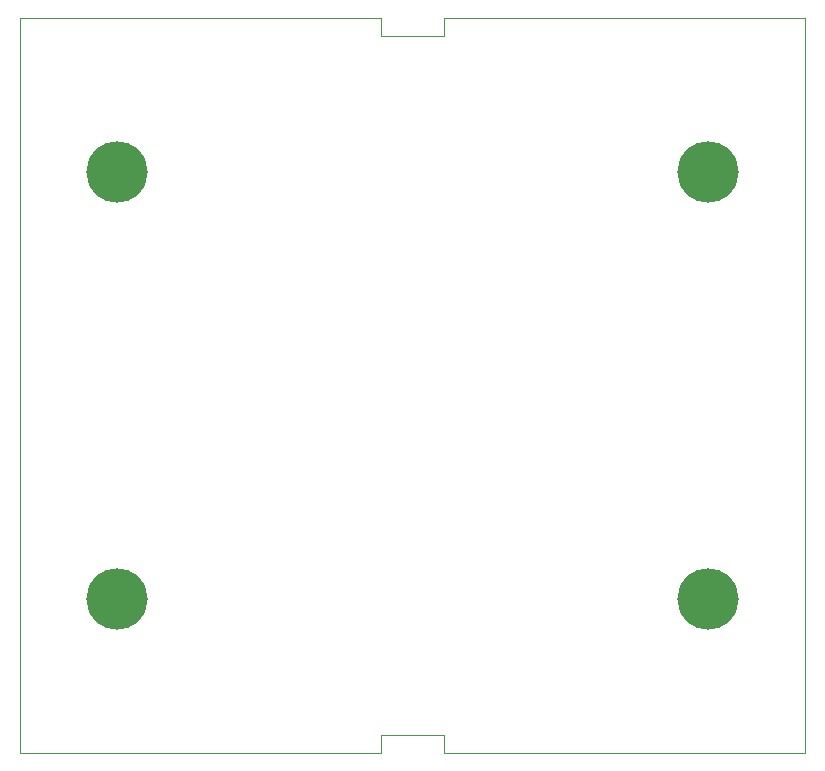
<source format=gts>
G04 This is an RS-274x file exported by *
G04 gerbv version 2.9.0~963319 *
G04 More information is available about gerbv at *
G04 https://gerbv.github.io/ *
G04 --End of header info--*
%MOIN*%
%FSLAX36Y36*%
%IPPOS*%
%INStop Mask top*%
G04 --Define apertures--*
%ADD10C,0.0000*%
%ADD11C,0.0866*%
%ADD12C,0.2047*%
%ADD13C,0.1000*%
%ADD14C,0.0480*%
%ADD15C,0.0525*%
%ADD16C,0.0531*%
%ADD17C,0.0768*%
G04 --Start main section--*
G54D10*
G01X0000000Y0000000D02*
G01X1204724Y0000000D01*
G01X1204724Y0000000D02*
G01X1204724Y0059055D01*
G01X1204724Y0059055D02*
G01X1413386Y0059055D01*
G01X1413386Y0059055D02*
G01X1413386Y0000000D01*
G01X1413386Y0000000D02*
G01X2618110Y0000000D01*
G01X2618110Y0000000D02*
G01X2618110Y2448819D01*
G01X2618110Y2448819D02*
G01X1413386Y2448819D01*
G01X1413386Y2448819D02*
G01X1413386Y2389764D01*
G01X1413386Y2389764D02*
G01X1204724Y2389764D01*
G01X1204724Y2389764D02*
G01X1204724Y2448819D01*
G01X1204724Y2448819D02*
G01X0000000Y2448819D01*
G01X0000000Y2448819D02*
G01X0000000Y0000000D01*
G01X0281496Y1937008D02*
G01X0281508Y1938071D01*
G01X0281508Y1938071D02*
G01X0281547Y1939134D01*
G01X0281547Y1939134D02*
G01X0281614Y1940193D01*
G01X0281614Y1940193D02*
G01X0281705Y1941252D01*
G01X0281705Y1941252D02*
G01X0281823Y1942311D01*
G01X0281823Y1942311D02*
G01X0281965Y1943362D01*
G01X0281965Y1943362D02*
G01X0282134Y1944413D01*
G01X0282134Y1944413D02*
G01X0282327Y1945457D01*
G01X0282327Y1945457D02*
G01X0282547Y1946496D01*
G01X0282547Y1946496D02*
G01X0282795Y1947531D01*
G01X0282795Y1947531D02*
G01X0283063Y1948559D01*
G01X0283063Y1948559D02*
G01X0283362Y1949579D01*
G01X0283362Y1949579D02*
G01X0283681Y1950591D01*
G01X0283681Y1950591D02*
G01X0284028Y1951598D01*
G01X0284028Y1951598D02*
G01X0284398Y1952594D01*
G01X0284398Y1952594D02*
G01X0284791Y1953583D01*
G01X0284791Y1953583D02*
G01X0285213Y1954559D01*
G01X0285213Y1954559D02*
G01X0285654Y1955524D01*
G01X0285654Y1955524D02*
G01X0286122Y1956480D01*
G01X0286122Y1956480D02*
G01X0286610Y1957421D01*
G01X0286610Y1957421D02*
G01X0287122Y1958354D01*
G01X0287122Y1958354D02*
G01X0287657Y1959272D01*
G01X0287657Y1959272D02*
G01X0288217Y1960177D01*
G01X0288217Y1960177D02*
G01X0288795Y1961067D01*
G01X0288795Y1961067D02*
G01X0289398Y1961945D01*
G01X0289398Y1961945D02*
G01X0290020Y1962807D01*
G01X0290020Y1962807D02*
G01X0290661Y1963654D01*
G01X0290661Y1963654D02*
G01X0291327Y1964480D01*
G01X0291327Y1964480D02*
G01X0292012Y1965295D01*
G01X0292012Y1965295D02*
G01X0292717Y1966091D01*
G01X0292717Y1966091D02*
G01X0293437Y1966870D01*
G01X0293437Y1966870D02*
G01X0294181Y1967630D01*
G01X0294181Y1967630D02*
G01X0294941Y1968374D01*
G01X0294941Y1968374D02*
G01X0295720Y1969094D01*
G01X0295720Y1969094D02*
G01X0296516Y1969799D01*
G01X0296516Y1969799D02*
G01X0297331Y1970484D01*
G01X0297331Y1970484D02*
G01X0298157Y1971150D01*
G01X0298157Y1971150D02*
G01X0299004Y1971791D01*
G01X0299004Y1971791D02*
G01X0299866Y1972413D01*
G01X0299866Y1972413D02*
G01X0300744Y1973016D01*
G01X0300744Y1973016D02*
G01X0301634Y1973594D01*
G01X0301634Y1973594D02*
G01X0302539Y1974154D01*
G01X0302539Y1974154D02*
G01X0303457Y1974689D01*
G01X0303457Y1974689D02*
G01X0304390Y1975201D01*
G01X0304390Y1975201D02*
G01X0305331Y1975689D01*
G01X0305331Y1975689D02*
G01X0306287Y1976157D01*
G01X0306287Y1976157D02*
G01X0307252Y1976598D01*
G01X0307252Y1976598D02*
G01X0308228Y1977020D01*
G01X0308228Y1977020D02*
G01X0309217Y1977413D01*
G01X0309217Y1977413D02*
G01X0310213Y1977783D01*
G01X0310213Y1977783D02*
G01X0311220Y1978130D01*
G01X0311220Y1978130D02*
G01X0312232Y1978449D01*
G01X0312232Y1978449D02*
G01X0313252Y1978748D01*
G01X0313252Y1978748D02*
G01X0314280Y1979016D01*
G01X0314280Y1979016D02*
G01X0315315Y1979264D01*
G01X0315315Y1979264D02*
G01X0316354Y1979484D01*
G01X0316354Y1979484D02*
G01X0317398Y1979677D01*
G01X0317398Y1979677D02*
G01X0318449Y1979846D01*
G01X0318449Y1979846D02*
G01X0319500Y1979988D01*
G01X0319500Y1979988D02*
G01X0320559Y1980106D01*
G01X0320559Y1980106D02*
G01X0321618Y1980197D01*
G01X0321618Y1980197D02*
G01X0322677Y1980264D01*
G01X0322677Y1980264D02*
G01X0323740Y1980303D01*
G01X0323740Y1980303D02*
G01X0324803Y1980315D01*
G01X0324803Y1980315D02*
G01X0325866Y1980303D01*
G01X0325866Y1980303D02*
G01X0326929Y1980264D01*
G01X0326929Y1980264D02*
G01X0327988Y1980197D01*
G01X0327988Y1980197D02*
G01X0329047Y1980106D01*
G01X0329047Y1980106D02*
G01X0330106Y1979988D01*
G01X0330106Y1979988D02*
G01X0331157Y1979846D01*
G01X0331157Y1979846D02*
G01X0332209Y1979677D01*
G01X0332209Y1979677D02*
G01X0333252Y1979484D01*
G01X0333252Y1979484D02*
G01X0334291Y1979264D01*
G01X0334291Y1979264D02*
G01X0335327Y1979016D01*
G01X0335327Y1979016D02*
G01X0336354Y1978748D01*
G01X0336354Y1978748D02*
G01X0337374Y1978449D01*
G01X0337374Y1978449D02*
G01X0338386Y1978130D01*
G01X0338386Y1978130D02*
G01X0339394Y1977783D01*
G01X0339394Y1977783D02*
G01X0340390Y1977413D01*
G01X0340390Y1977413D02*
G01X0341378Y1977020D01*
G01X0341378Y1977020D02*
G01X0342354Y1976598D01*
G01X0342354Y1976598D02*
G01X0343319Y1976157D01*
G01X0343319Y1976157D02*
G01X0344276Y1975689D01*
G01X0344276Y1975689D02*
G01X0345217Y1975201D01*
G01X0345217Y1975201D02*
G01X0346150Y1974689D01*
G01X0346150Y1974689D02*
G01X0347067Y1974154D01*
G01X0347067Y1974154D02*
G01X0347972Y1973594D01*
G01X0347972Y1973594D02*
G01X0348862Y1973016D01*
G01X0348862Y1973016D02*
G01X0349740Y1972413D01*
G01X0349740Y1972413D02*
G01X0350602Y1971791D01*
G01X0350602Y1971791D02*
G01X0351449Y1971150D01*
G01X0351449Y1971150D02*
G01X0352276Y1970484D01*
G01X0352276Y1970484D02*
G01X0353091Y1969799D01*
G01X0353091Y1969799D02*
G01X0353886Y1969094D01*
G01X0353886Y1969094D02*
G01X0354665Y1968374D01*
G01X0354665Y1968374D02*
G01X0355425Y1967630D01*
G01X0355425Y1967630D02*
G01X0356169Y1966870D01*
G01X0356169Y1966870D02*
G01X0356890Y1966091D01*
G01X0356890Y1966091D02*
G01X0357594Y1965295D01*
G01X0357594Y1965295D02*
G01X0358280Y1964480D01*
G01X0358280Y1964480D02*
G01X0358945Y1963654D01*
G01X0358945Y1963654D02*
G01X0359587Y1962807D01*
G01X0359587Y1962807D02*
G01X0360209Y1961945D01*
G01X0360209Y1961945D02*
G01X0360811Y1961067D01*
G01X0360811Y1961067D02*
G01X0361390Y1960177D01*
G01X0361390Y1960177D02*
G01X0361949Y1959272D01*
G01X0361949Y1959272D02*
G01X0362484Y1958354D01*
G01X0362484Y1958354D02*
G01X0362996Y1957421D01*
G01X0362996Y1957421D02*
G01X0363484Y1956480D01*
G01X0363484Y1956480D02*
G01X0363953Y1955524D01*
G01X0363953Y1955524D02*
G01X0364394Y1954559D01*
G01X0364394Y1954559D02*
G01X0364815Y1953583D01*
G01X0364815Y1953583D02*
G01X0365209Y1952594D01*
G01X0365209Y1952594D02*
G01X0365579Y1951598D01*
G01X0365579Y1951598D02*
G01X0365925Y1950591D01*
G01X0365925Y1950591D02*
G01X0366244Y1949579D01*
G01X0366244Y1949579D02*
G01X0366543Y1948559D01*
G01X0366543Y1948559D02*
G01X0366811Y1947531D01*
G01X0366811Y1947531D02*
G01X0367059Y1946496D01*
G01X0367059Y1946496D02*
G01X0367280Y1945457D01*
G01X0367280Y1945457D02*
G01X0367472Y1944413D01*
G01X0367472Y1944413D02*
G01X0367642Y1943362D01*
G01X0367642Y1943362D02*
G01X0367783Y1942311D01*
G01X0367783Y1942311D02*
G01X0367902Y1941252D01*
G01X0367902Y1941252D02*
G01X0367992Y1940193D01*
G01X0367992Y1940193D02*
G01X0368059Y1939134D01*
G01X0368059Y1939134D02*
G01X0368098Y1938071D01*
G01X0368098Y1938071D02*
G01X0368110Y1937008D01*
G01X0368110Y1937008D02*
G01X0368098Y1935945D01*
G01X0368098Y1935945D02*
G01X0368059Y1934882D01*
G01X0368059Y1934882D02*
G01X0367992Y1933823D01*
G01X0367992Y1933823D02*
G01X0367902Y1932764D01*
G01X0367902Y1932764D02*
G01X0367783Y1931705D01*
G01X0367783Y1931705D02*
G01X0367642Y1930654D01*
G01X0367642Y1930654D02*
G01X0367472Y1929602D01*
G01X0367472Y1929602D02*
G01X0367280Y1928559D01*
G01X0367280Y1928559D02*
G01X0367059Y1927520D01*
G01X0367059Y1927520D02*
G01X0366811Y1926484D01*
G01X0366811Y1926484D02*
G01X0366543Y1925457D01*
G01X0366543Y1925457D02*
G01X0366244Y1924437D01*
G01X0366244Y1924437D02*
G01X0365925Y1923425D01*
G01X0365925Y1923425D02*
G01X0365579Y1922417D01*
G01X0365579Y1922417D02*
G01X0365209Y1921421D01*
G01X0365209Y1921421D02*
G01X0364815Y1920433D01*
G01X0364815Y1920433D02*
G01X0364394Y1919457D01*
G01X0364394Y1919457D02*
G01X0363953Y1918492D01*
G01X0363953Y1918492D02*
G01X0363484Y1917535D01*
G01X0363484Y1917535D02*
G01X0362996Y1916594D01*
G01X0362996Y1916594D02*
G01X0362484Y1915661D01*
G01X0362484Y1915661D02*
G01X0361949Y1914744D01*
G01X0361949Y1914744D02*
G01X0361390Y1913839D01*
G01X0361390Y1913839D02*
G01X0360811Y1912949D01*
G01X0360811Y1912949D02*
G01X0360209Y1912071D01*
G01X0360209Y1912071D02*
G01X0359587Y1911209D01*
G01X0359587Y1911209D02*
G01X0358945Y1910362D01*
G01X0358945Y1910362D02*
G01X0358280Y1909535D01*
G01X0358280Y1909535D02*
G01X0357594Y1908720D01*
G01X0357594Y1908720D02*
G01X0356890Y1907925D01*
G01X0356890Y1907925D02*
G01X0356169Y1907146D01*
G01X0356169Y1907146D02*
G01X0355425Y1906386D01*
G01X0355425Y1906386D02*
G01X0354665Y1905642D01*
G01X0354665Y1905642D02*
G01X0353886Y1904921D01*
G01X0353886Y1904921D02*
G01X0353091Y1904217D01*
G01X0353091Y1904217D02*
G01X0352276Y1903531D01*
G01X0352276Y1903531D02*
G01X0351449Y1902866D01*
G01X0351449Y1902866D02*
G01X0350602Y1902224D01*
G01X0350602Y1902224D02*
G01X0349740Y1901602D01*
G01X0349740Y1901602D02*
G01X0348862Y1901000D01*
G01X0348862Y1901000D02*
G01X0347972Y1900421D01*
G01X0347972Y1900421D02*
G01X0347067Y1899862D01*
G01X0347067Y1899862D02*
G01X0346150Y1899327D01*
G01X0346150Y1899327D02*
G01X0345217Y1898815D01*
G01X0345217Y1898815D02*
G01X0344276Y1898327D01*
G01X0344276Y1898327D02*
G01X0343319Y1897858D01*
G01X0343319Y1897858D02*
G01X0342354Y1897417D01*
G01X0342354Y1897417D02*
G01X0341378Y1896996D01*
G01X0341378Y1896996D02*
G01X0340390Y1896602D01*
G01X0340390Y1896602D02*
G01X0339394Y1896232D01*
G01X0339394Y1896232D02*
G01X0338386Y1895886D01*
G01X0338386Y1895886D02*
G01X0337374Y1895567D01*
G01X0337374Y1895567D02*
G01X0336354Y1895268D01*
G01X0336354Y1895268D02*
G01X0335327Y1895000D01*
G01X0335327Y1895000D02*
G01X0334291Y1894752D01*
G01X0334291Y1894752D02*
G01X0333252Y1894531D01*
G01X0333252Y1894531D02*
G01X0332209Y1894339D01*
G01X0332209Y1894339D02*
G01X0331157Y1894169D01*
G01X0331157Y1894169D02*
G01X0330106Y1894028D01*
G01X0330106Y1894028D02*
G01X0329047Y1893909D01*
G01X0329047Y1893909D02*
G01X0327988Y1893819D01*
G01X0327988Y1893819D02*
G01X0326929Y1893752D01*
G01X0326929Y1893752D02*
G01X0325866Y1893713D01*
G01X0325866Y1893713D02*
G01X0324803Y1893701D01*
G01X0324803Y1893701D02*
G01X0323740Y1893713D01*
G01X0323740Y1893713D02*
G01X0322677Y1893752D01*
G01X0322677Y1893752D02*
G01X0321618Y1893819D01*
G01X0321618Y1893819D02*
G01X0320559Y1893909D01*
G01X0320559Y1893909D02*
G01X0319500Y1894028D01*
G01X0319500Y1894028D02*
G01X0318449Y1894169D01*
G01X0318449Y1894169D02*
G01X0317398Y1894339D01*
G01X0317398Y1894339D02*
G01X0316354Y1894531D01*
G01X0316354Y1894531D02*
G01X0315315Y1894752D01*
G01X0315315Y1894752D02*
G01X0314280Y1895000D01*
G01X0314280Y1895000D02*
G01X0313252Y1895268D01*
G01X0313252Y1895268D02*
G01X0312232Y1895567D01*
G01X0312232Y1895567D02*
G01X0311220Y1895886D01*
G01X0311220Y1895886D02*
G01X0310213Y1896232D01*
G01X0310213Y1896232D02*
G01X0309217Y1896602D01*
G01X0309217Y1896602D02*
G01X0308228Y1896996D01*
G01X0308228Y1896996D02*
G01X0307252Y1897417D01*
G01X0307252Y1897417D02*
G01X0306287Y1897858D01*
G01X0306287Y1897858D02*
G01X0305331Y1898327D01*
G01X0305331Y1898327D02*
G01X0304390Y1898815D01*
G01X0304390Y1898815D02*
G01X0303457Y1899327D01*
G01X0303457Y1899327D02*
G01X0302539Y1899862D01*
G01X0302539Y1899862D02*
G01X0301634Y1900421D01*
G01X0301634Y1900421D02*
G01X0300744Y1901000D01*
G01X0300744Y1901000D02*
G01X0299866Y1901602D01*
G01X0299866Y1901602D02*
G01X0299004Y1902224D01*
G01X0299004Y1902224D02*
G01X0298157Y1902866D01*
G01X0298157Y1902866D02*
G01X0297331Y1903531D01*
G01X0297331Y1903531D02*
G01X0296516Y1904217D01*
G01X0296516Y1904217D02*
G01X0295720Y1904921D01*
G01X0295720Y1904921D02*
G01X0294941Y1905642D01*
G01X0294941Y1905642D02*
G01X0294181Y1906386D01*
G01X0294181Y1906386D02*
G01X0293437Y1907146D01*
G01X0293437Y1907146D02*
G01X0292717Y1907925D01*
G01X0292717Y1907925D02*
G01X0292012Y1908720D01*
G01X0292012Y1908720D02*
G01X0291327Y1909535D01*
G01X0291327Y1909535D02*
G01X0290661Y1910362D01*
G01X0290661Y1910362D02*
G01X0290020Y1911209D01*
G01X0290020Y1911209D02*
G01X0289398Y1912071D01*
G01X0289398Y1912071D02*
G01X0288795Y1912949D01*
G01X0288795Y1912949D02*
G01X0288217Y1913839D01*
G01X0288217Y1913839D02*
G01X0287657Y1914744D01*
G01X0287657Y1914744D02*
G01X0287122Y1915661D01*
G01X0287122Y1915661D02*
G01X0286610Y1916594D01*
G01X0286610Y1916594D02*
G01X0286122Y1917535D01*
G01X0286122Y1917535D02*
G01X0285654Y1918492D01*
G01X0285654Y1918492D02*
G01X0285213Y1919457D01*
G01X0285213Y1919457D02*
G01X0284791Y1920433D01*
G01X0284791Y1920433D02*
G01X0284398Y1921421D01*
G01X0284398Y1921421D02*
G01X0284028Y1922417D01*
G01X0284028Y1922417D02*
G01X0283681Y1923425D01*
G01X0283681Y1923425D02*
G01X0283362Y1924437D01*
G01X0283362Y1924437D02*
G01X0283063Y1925457D01*
G01X0283063Y1925457D02*
G01X0282795Y1926484D01*
G01X0282795Y1926484D02*
G01X0282547Y1927520D01*
G01X0282547Y1927520D02*
G01X0282327Y1928559D01*
G01X0282327Y1928559D02*
G01X0282134Y1929602D01*
G01X0282134Y1929602D02*
G01X0281965Y1930654D01*
G01X0281965Y1930654D02*
G01X0281823Y1931705D01*
G01X0281823Y1931705D02*
G01X0281705Y1932764D01*
G01X0281705Y1932764D02*
G01X0281614Y1933823D01*
G01X0281614Y1933823D02*
G01X0281547Y1934882D01*
G01X0281547Y1934882D02*
G01X0281508Y1935945D01*
G01X0281508Y1935945D02*
G01X0281496Y1937008D01*
G54D11*
G01X0324803Y1937008D03*
G54D10*
G01X2250000Y0511811D02*
G01X2250012Y0512874D01*
G01X2250012Y0512874D02*
G01X2250051Y0513937D01*
G01X2250051Y0513937D02*
G01X2250118Y0514996D01*
G01X2250118Y0514996D02*
G01X2250209Y0516055D01*
G01X2250209Y0516055D02*
G01X2250327Y0517114D01*
G01X2250327Y0517114D02*
G01X2250469Y0518165D01*
G01X2250469Y0518165D02*
G01X2250638Y0519217D01*
G01X2250638Y0519217D02*
G01X2250831Y0520260D01*
G01X2250831Y0520260D02*
G01X2251051Y0521299D01*
G01X2251051Y0521299D02*
G01X2251299Y0522335D01*
G01X2251299Y0522335D02*
G01X2251567Y0523362D01*
G01X2251567Y0523362D02*
G01X2251866Y0524382D01*
G01X2251866Y0524382D02*
G01X2252185Y0525394D01*
G01X2252185Y0525394D02*
G01X2252531Y0526402D01*
G01X2252531Y0526402D02*
G01X2252902Y0527398D01*
G01X2252902Y0527398D02*
G01X2253295Y0528386D01*
G01X2253295Y0528386D02*
G01X2253717Y0529362D01*
G01X2253717Y0529362D02*
G01X2254157Y0530327D01*
G01X2254157Y0530327D02*
G01X2254626Y0531283D01*
G01X2254626Y0531283D02*
G01X2255114Y0532224D01*
G01X2255114Y0532224D02*
G01X2255626Y0533157D01*
G01X2255626Y0533157D02*
G01X2256161Y0534075D01*
G01X2256161Y0534075D02*
G01X2256720Y0534980D01*
G01X2256720Y0534980D02*
G01X2257299Y0535870D01*
G01X2257299Y0535870D02*
G01X2257902Y0536748D01*
G01X2257902Y0536748D02*
G01X2258524Y0537610D01*
G01X2258524Y0537610D02*
G01X2259165Y0538457D01*
G01X2259165Y0538457D02*
G01X2259831Y0539283D01*
G01X2259831Y0539283D02*
G01X2260516Y0540098D01*
G01X2260516Y0540098D02*
G01X2261220Y0540894D01*
G01X2261220Y0540894D02*
G01X2261941Y0541673D01*
G01X2261941Y0541673D02*
G01X2262685Y0542433D01*
G01X2262685Y0542433D02*
G01X2263445Y0543177D01*
G01X2263445Y0543177D02*
G01X2264224Y0543898D01*
G01X2264224Y0543898D02*
G01X2265020Y0544602D01*
G01X2265020Y0544602D02*
G01X2265835Y0545287D01*
G01X2265835Y0545287D02*
G01X2266661Y0545953D01*
G01X2266661Y0545953D02*
G01X2267508Y0546594D01*
G01X2267508Y0546594D02*
G01X2268370Y0547217D01*
G01X2268370Y0547217D02*
G01X2269248Y0547819D01*
G01X2269248Y0547819D02*
G01X2270138Y0548398D01*
G01X2270138Y0548398D02*
G01X2271043Y0548957D01*
G01X2271043Y0548957D02*
G01X2271961Y0549492D01*
G01X2271961Y0549492D02*
G01X2272894Y0550004D01*
G01X2272894Y0550004D02*
G01X2273835Y0550492D01*
G01X2273835Y0550492D02*
G01X2274791Y0550961D01*
G01X2274791Y0550961D02*
G01X2275756Y0551402D01*
G01X2275756Y0551402D02*
G01X2276732Y0551823D01*
G01X2276732Y0551823D02*
G01X2277720Y0552217D01*
G01X2277720Y0552217D02*
G01X2278717Y0552587D01*
G01X2278717Y0552587D02*
G01X2279724Y0552933D01*
G01X2279724Y0552933D02*
G01X2280736Y0553252D01*
G01X2280736Y0553252D02*
G01X2281756Y0553551D01*
G01X2281756Y0553551D02*
G01X2282783Y0553819D01*
G01X2282783Y0553819D02*
G01X2283819Y0554067D01*
G01X2283819Y0554067D02*
G01X2284858Y0554287D01*
G01X2284858Y0554287D02*
G01X2285902Y0554480D01*
G01X2285902Y0554480D02*
G01X2286953Y0554650D01*
G01X2286953Y0554650D02*
G01X2288004Y0554791D01*
G01X2288004Y0554791D02*
G01X2289063Y0554909D01*
G01X2289063Y0554909D02*
G01X2290122Y0555000D01*
G01X2290122Y0555000D02*
G01X2291181Y0555067D01*
G01X2291181Y0555067D02*
G01X2292244Y0555106D01*
G01X2292244Y0555106D02*
G01X2293307Y0555118D01*
G01X2293307Y0555118D02*
G01X2294370Y0555106D01*
G01X2294370Y0555106D02*
G01X2295433Y0555067D01*
G01X2295433Y0555067D02*
G01X2296492Y0555000D01*
G01X2296492Y0555000D02*
G01X2297551Y0554909D01*
G01X2297551Y0554909D02*
G01X2298610Y0554791D01*
G01X2298610Y0554791D02*
G01X2299661Y0554650D01*
G01X2299661Y0554650D02*
G01X2300713Y0554480D01*
G01X2300713Y0554480D02*
G01X2301756Y0554287D01*
G01X2301756Y0554287D02*
G01X2302795Y0554067D01*
G01X2302795Y0554067D02*
G01X2303831Y0553819D01*
G01X2303831Y0553819D02*
G01X2304858Y0553551D01*
G01X2304858Y0553551D02*
G01X2305878Y0553252D01*
G01X2305878Y0553252D02*
G01X2306890Y0552933D01*
G01X2306890Y0552933D02*
G01X2307898Y0552587D01*
G01X2307898Y0552587D02*
G01X2308894Y0552217D01*
G01X2308894Y0552217D02*
G01X2309882Y0551823D01*
G01X2309882Y0551823D02*
G01X2310858Y0551402D01*
G01X2310858Y0551402D02*
G01X2311823Y0550961D01*
G01X2311823Y0550961D02*
G01X2312780Y0550492D01*
G01X2312780Y0550492D02*
G01X2313720Y0550004D01*
G01X2313720Y0550004D02*
G01X2314654Y0549492D01*
G01X2314654Y0549492D02*
G01X2315571Y0548957D01*
G01X2315571Y0548957D02*
G01X2316476Y0548398D01*
G01X2316476Y0548398D02*
G01X2317366Y0547819D01*
G01X2317366Y0547819D02*
G01X2318244Y0547217D01*
G01X2318244Y0547217D02*
G01X2319106Y0546594D01*
G01X2319106Y0546594D02*
G01X2319953Y0545953D01*
G01X2319953Y0545953D02*
G01X2320780Y0545287D01*
G01X2320780Y0545287D02*
G01X2321594Y0544602D01*
G01X2321594Y0544602D02*
G01X2322390Y0543898D01*
G01X2322390Y0543898D02*
G01X2323169Y0543177D01*
G01X2323169Y0543177D02*
G01X2323929Y0542433D01*
G01X2323929Y0542433D02*
G01X2324673Y0541673D01*
G01X2324673Y0541673D02*
G01X2325394Y0540894D01*
G01X2325394Y0540894D02*
G01X2326098Y0540098D01*
G01X2326098Y0540098D02*
G01X2326783Y0539283D01*
G01X2326783Y0539283D02*
G01X2327449Y0538457D01*
G01X2327449Y0538457D02*
G01X2328091Y0537610D01*
G01X2328091Y0537610D02*
G01X2328713Y0536748D01*
G01X2328713Y0536748D02*
G01X2329315Y0535870D01*
G01X2329315Y0535870D02*
G01X2329894Y0534980D01*
G01X2329894Y0534980D02*
G01X2330453Y0534075D01*
G01X2330453Y0534075D02*
G01X2330988Y0533157D01*
G01X2330988Y0533157D02*
G01X2331500Y0532224D01*
G01X2331500Y0532224D02*
G01X2331988Y0531283D01*
G01X2331988Y0531283D02*
G01X2332457Y0530327D01*
G01X2332457Y0530327D02*
G01X2332898Y0529362D01*
G01X2332898Y0529362D02*
G01X2333319Y0528386D01*
G01X2333319Y0528386D02*
G01X2333713Y0527398D01*
G01X2333713Y0527398D02*
G01X2334083Y0526402D01*
G01X2334083Y0526402D02*
G01X2334429Y0525394D01*
G01X2334429Y0525394D02*
G01X2334748Y0524382D01*
G01X2334748Y0524382D02*
G01X2335047Y0523362D01*
G01X2335047Y0523362D02*
G01X2335315Y0522335D01*
G01X2335315Y0522335D02*
G01X2335563Y0521299D01*
G01X2335563Y0521299D02*
G01X2335783Y0520260D01*
G01X2335783Y0520260D02*
G01X2335976Y0519217D01*
G01X2335976Y0519217D02*
G01X2336146Y0518165D01*
G01X2336146Y0518165D02*
G01X2336287Y0517114D01*
G01X2336287Y0517114D02*
G01X2336406Y0516055D01*
G01X2336406Y0516055D02*
G01X2336496Y0514996D01*
G01X2336496Y0514996D02*
G01X2336563Y0513937D01*
G01X2336563Y0513937D02*
G01X2336602Y0512874D01*
G01X2336602Y0512874D02*
G01X2336614Y0511811D01*
G01X2336614Y0511811D02*
G01X2336602Y0510748D01*
G01X2336602Y0510748D02*
G01X2336563Y0509685D01*
G01X2336563Y0509685D02*
G01X2336496Y0508626D01*
G01X2336496Y0508626D02*
G01X2336406Y0507567D01*
G01X2336406Y0507567D02*
G01X2336287Y0506508D01*
G01X2336287Y0506508D02*
G01X2336146Y0505457D01*
G01X2336146Y0505457D02*
G01X2335976Y0504406D01*
G01X2335976Y0504406D02*
G01X2335783Y0503362D01*
G01X2335783Y0503362D02*
G01X2335563Y0502323D01*
G01X2335563Y0502323D02*
G01X2335315Y0501287D01*
G01X2335315Y0501287D02*
G01X2335047Y0500260D01*
G01X2335047Y0500260D02*
G01X2334748Y0499240D01*
G01X2334748Y0499240D02*
G01X2334429Y0498228D01*
G01X2334429Y0498228D02*
G01X2334083Y0497220D01*
G01X2334083Y0497220D02*
G01X2333713Y0496224D01*
G01X2333713Y0496224D02*
G01X2333319Y0495236D01*
G01X2333319Y0495236D02*
G01X2332898Y0494260D01*
G01X2332898Y0494260D02*
G01X2332457Y0493295D01*
G01X2332457Y0493295D02*
G01X2331988Y0492339D01*
G01X2331988Y0492339D02*
G01X2331500Y0491398D01*
G01X2331500Y0491398D02*
G01X2330988Y0490465D01*
G01X2330988Y0490465D02*
G01X2330453Y0489547D01*
G01X2330453Y0489547D02*
G01X2329894Y0488642D01*
G01X2329894Y0488642D02*
G01X2329315Y0487752D01*
G01X2329315Y0487752D02*
G01X2328713Y0486874D01*
G01X2328713Y0486874D02*
G01X2328091Y0486012D01*
G01X2328091Y0486012D02*
G01X2327449Y0485165D01*
G01X2327449Y0485165D02*
G01X2326783Y0484339D01*
G01X2326783Y0484339D02*
G01X2326098Y0483524D01*
G01X2326098Y0483524D02*
G01X2325394Y0482728D01*
G01X2325394Y0482728D02*
G01X2324673Y0481949D01*
G01X2324673Y0481949D02*
G01X2323929Y0481189D01*
G01X2323929Y0481189D02*
G01X2323169Y0480445D01*
G01X2323169Y0480445D02*
G01X2322390Y0479724D01*
G01X2322390Y0479724D02*
G01X2321594Y0479020D01*
G01X2321594Y0479020D02*
G01X2320780Y0478335D01*
G01X2320780Y0478335D02*
G01X2319953Y0477669D01*
G01X2319953Y0477669D02*
G01X2319106Y0477028D01*
G01X2319106Y0477028D02*
G01X2318244Y0476406D01*
G01X2318244Y0476406D02*
G01X2317366Y0475803D01*
G01X2317366Y0475803D02*
G01X2316476Y0475224D01*
G01X2316476Y0475224D02*
G01X2315571Y0474665D01*
G01X2315571Y0474665D02*
G01X2314654Y0474130D01*
G01X2314654Y0474130D02*
G01X2313720Y0473618D01*
G01X2313720Y0473618D02*
G01X2312780Y0473130D01*
G01X2312780Y0473130D02*
G01X2311823Y0472661D01*
G01X2311823Y0472661D02*
G01X2310858Y0472220D01*
G01X2310858Y0472220D02*
G01X2309882Y0471799D01*
G01X2309882Y0471799D02*
G01X2308894Y0471406D01*
G01X2308894Y0471406D02*
G01X2307898Y0471035D01*
G01X2307898Y0471035D02*
G01X2306890Y0470689D01*
G01X2306890Y0470689D02*
G01X2305878Y0470370D01*
G01X2305878Y0470370D02*
G01X2304858Y0470071D01*
G01X2304858Y0470071D02*
G01X2303831Y0469803D01*
G01X2303831Y0469803D02*
G01X2302795Y0469555D01*
G01X2302795Y0469555D02*
G01X2301756Y0469335D01*
G01X2301756Y0469335D02*
G01X2300713Y0469142D01*
G01X2300713Y0469142D02*
G01X2299661Y0468972D01*
G01X2299661Y0468972D02*
G01X2298610Y0468831D01*
G01X2298610Y0468831D02*
G01X2297551Y0468713D01*
G01X2297551Y0468713D02*
G01X2296492Y0468622D01*
G01X2296492Y0468622D02*
G01X2295433Y0468555D01*
G01X2295433Y0468555D02*
G01X2294370Y0468516D01*
G01X2294370Y0468516D02*
G01X2293307Y0468504D01*
G01X2293307Y0468504D02*
G01X2292244Y0468516D01*
G01X2292244Y0468516D02*
G01X2291181Y0468555D01*
G01X2291181Y0468555D02*
G01X2290122Y0468622D01*
G01X2290122Y0468622D02*
G01X2289063Y0468713D01*
G01X2289063Y0468713D02*
G01X2288004Y0468831D01*
G01X2288004Y0468831D02*
G01X2286953Y0468972D01*
G01X2286953Y0468972D02*
G01X2285902Y0469142D01*
G01X2285902Y0469142D02*
G01X2284858Y0469335D01*
G01X2284858Y0469335D02*
G01X2283819Y0469555D01*
G01X2283819Y0469555D02*
G01X2282783Y0469803D01*
G01X2282783Y0469803D02*
G01X2281756Y0470071D01*
G01X2281756Y0470071D02*
G01X2280736Y0470370D01*
G01X2280736Y0470370D02*
G01X2279724Y0470689D01*
G01X2279724Y0470689D02*
G01X2278717Y0471035D01*
G01X2278717Y0471035D02*
G01X2277720Y0471406D01*
G01X2277720Y0471406D02*
G01X2276732Y0471799D01*
G01X2276732Y0471799D02*
G01X2275756Y0472220D01*
G01X2275756Y0472220D02*
G01X2274791Y0472661D01*
G01X2274791Y0472661D02*
G01X2273835Y0473130D01*
G01X2273835Y0473130D02*
G01X2272894Y0473618D01*
G01X2272894Y0473618D02*
G01X2271961Y0474130D01*
G01X2271961Y0474130D02*
G01X2271043Y0474665D01*
G01X2271043Y0474665D02*
G01X2270138Y0475224D01*
G01X2270138Y0475224D02*
G01X2269248Y0475803D01*
G01X2269248Y0475803D02*
G01X2268370Y0476406D01*
G01X2268370Y0476406D02*
G01X2267508Y0477028D01*
G01X2267508Y0477028D02*
G01X2266661Y0477669D01*
G01X2266661Y0477669D02*
G01X2265835Y0478335D01*
G01X2265835Y0478335D02*
G01X2265020Y0479020D01*
G01X2265020Y0479020D02*
G01X2264224Y0479724D01*
G01X2264224Y0479724D02*
G01X2263445Y0480445D01*
G01X2263445Y0480445D02*
G01X2262685Y0481189D01*
G01X2262685Y0481189D02*
G01X2261941Y0481949D01*
G01X2261941Y0481949D02*
G01X2261220Y0482728D01*
G01X2261220Y0482728D02*
G01X2260516Y0483524D01*
G01X2260516Y0483524D02*
G01X2259831Y0484339D01*
G01X2259831Y0484339D02*
G01X2259165Y0485165D01*
G01X2259165Y0485165D02*
G01X2258524Y0486012D01*
G01X2258524Y0486012D02*
G01X2257902Y0486874D01*
G01X2257902Y0486874D02*
G01X2257299Y0487752D01*
G01X2257299Y0487752D02*
G01X2256720Y0488642D01*
G01X2256720Y0488642D02*
G01X2256161Y0489547D01*
G01X2256161Y0489547D02*
G01X2255626Y0490465D01*
G01X2255626Y0490465D02*
G01X2255114Y0491398D01*
G01X2255114Y0491398D02*
G01X2254626Y0492339D01*
G01X2254626Y0492339D02*
G01X2254157Y0493295D01*
G01X2254157Y0493295D02*
G01X2253717Y0494260D01*
G01X2253717Y0494260D02*
G01X2253295Y0495236D01*
G01X2253295Y0495236D02*
G01X2252902Y0496224D01*
G01X2252902Y0496224D02*
G01X2252531Y0497220D01*
G01X2252531Y0497220D02*
G01X2252185Y0498228D01*
G01X2252185Y0498228D02*
G01X2251866Y0499240D01*
G01X2251866Y0499240D02*
G01X2251567Y0500260D01*
G01X2251567Y0500260D02*
G01X2251299Y0501287D01*
G01X2251299Y0501287D02*
G01X2251051Y0502323D01*
G01X2251051Y0502323D02*
G01X2250831Y0503362D01*
G01X2250831Y0503362D02*
G01X2250638Y0504406D01*
G01X2250638Y0504406D02*
G01X2250469Y0505457D01*
G01X2250469Y0505457D02*
G01X2250327Y0506508D01*
G01X2250327Y0506508D02*
G01X2250209Y0507567D01*
G01X2250209Y0507567D02*
G01X2250118Y0508626D01*
G01X2250118Y0508626D02*
G01X2250051Y0509685D01*
G01X2250051Y0509685D02*
G01X2250012Y0510748D01*
G01X2250012Y0510748D02*
G01X2250000Y0511811D01*
G54D11*
G01X2293307Y0511811D03*
G54D10*
G01X0281496Y0511811D02*
G01X0281508Y0512874D01*
G01X0281508Y0512874D02*
G01X0281547Y0513937D01*
G01X0281547Y0513937D02*
G01X0281614Y0514996D01*
G01X0281614Y0514996D02*
G01X0281705Y0516055D01*
G01X0281705Y0516055D02*
G01X0281823Y0517114D01*
G01X0281823Y0517114D02*
G01X0281965Y0518165D01*
G01X0281965Y0518165D02*
G01X0282134Y0519217D01*
G01X0282134Y0519217D02*
G01X0282327Y0520260D01*
G01X0282327Y0520260D02*
G01X0282547Y0521299D01*
G01X0282547Y0521299D02*
G01X0282795Y0522335D01*
G01X0282795Y0522335D02*
G01X0283063Y0523362D01*
G01X0283063Y0523362D02*
G01X0283362Y0524382D01*
G01X0283362Y0524382D02*
G01X0283681Y0525394D01*
G01X0283681Y0525394D02*
G01X0284028Y0526402D01*
G01X0284028Y0526402D02*
G01X0284398Y0527398D01*
G01X0284398Y0527398D02*
G01X0284791Y0528386D01*
G01X0284791Y0528386D02*
G01X0285213Y0529362D01*
G01X0285213Y0529362D02*
G01X0285654Y0530327D01*
G01X0285654Y0530327D02*
G01X0286122Y0531283D01*
G01X0286122Y0531283D02*
G01X0286610Y0532224D01*
G01X0286610Y0532224D02*
G01X0287122Y0533157D01*
G01X0287122Y0533157D02*
G01X0287657Y0534075D01*
G01X0287657Y0534075D02*
G01X0288217Y0534980D01*
G01X0288217Y0534980D02*
G01X0288795Y0535870D01*
G01X0288795Y0535870D02*
G01X0289398Y0536748D01*
G01X0289398Y0536748D02*
G01X0290020Y0537610D01*
G01X0290020Y0537610D02*
G01X0290661Y0538457D01*
G01X0290661Y0538457D02*
G01X0291327Y0539283D01*
G01X0291327Y0539283D02*
G01X0292012Y0540098D01*
G01X0292012Y0540098D02*
G01X0292717Y0540894D01*
G01X0292717Y0540894D02*
G01X0293437Y0541673D01*
G01X0293437Y0541673D02*
G01X0294181Y0542433D01*
G01X0294181Y0542433D02*
G01X0294941Y0543177D01*
G01X0294941Y0543177D02*
G01X0295720Y0543898D01*
G01X0295720Y0543898D02*
G01X0296516Y0544602D01*
G01X0296516Y0544602D02*
G01X0297331Y0545287D01*
G01X0297331Y0545287D02*
G01X0298157Y0545953D01*
G01X0298157Y0545953D02*
G01X0299004Y0546594D01*
G01X0299004Y0546594D02*
G01X0299866Y0547217D01*
G01X0299866Y0547217D02*
G01X0300744Y0547819D01*
G01X0300744Y0547819D02*
G01X0301634Y0548398D01*
G01X0301634Y0548398D02*
G01X0302539Y0548957D01*
G01X0302539Y0548957D02*
G01X0303457Y0549492D01*
G01X0303457Y0549492D02*
G01X0304390Y0550004D01*
G01X0304390Y0550004D02*
G01X0305331Y0550492D01*
G01X0305331Y0550492D02*
G01X0306287Y0550961D01*
G01X0306287Y0550961D02*
G01X0307252Y0551402D01*
G01X0307252Y0551402D02*
G01X0308228Y0551823D01*
G01X0308228Y0551823D02*
G01X0309217Y0552217D01*
G01X0309217Y0552217D02*
G01X0310213Y0552587D01*
G01X0310213Y0552587D02*
G01X0311220Y0552933D01*
G01X0311220Y0552933D02*
G01X0312232Y0553252D01*
G01X0312232Y0553252D02*
G01X0313252Y0553551D01*
G01X0313252Y0553551D02*
G01X0314280Y0553819D01*
G01X0314280Y0553819D02*
G01X0315315Y0554067D01*
G01X0315315Y0554067D02*
G01X0316354Y0554287D01*
G01X0316354Y0554287D02*
G01X0317398Y0554480D01*
G01X0317398Y0554480D02*
G01X0318449Y0554650D01*
G01X0318449Y0554650D02*
G01X0319500Y0554791D01*
G01X0319500Y0554791D02*
G01X0320559Y0554909D01*
G01X0320559Y0554909D02*
G01X0321618Y0555000D01*
G01X0321618Y0555000D02*
G01X0322677Y0555067D01*
G01X0322677Y0555067D02*
G01X0323740Y0555106D01*
G01X0323740Y0555106D02*
G01X0324803Y0555118D01*
G01X0324803Y0555118D02*
G01X0325866Y0555106D01*
G01X0325866Y0555106D02*
G01X0326929Y0555067D01*
G01X0326929Y0555067D02*
G01X0327988Y0555000D01*
G01X0327988Y0555000D02*
G01X0329047Y0554909D01*
G01X0329047Y0554909D02*
G01X0330106Y0554791D01*
G01X0330106Y0554791D02*
G01X0331157Y0554650D01*
G01X0331157Y0554650D02*
G01X0332209Y0554480D01*
G01X0332209Y0554480D02*
G01X0333252Y0554287D01*
G01X0333252Y0554287D02*
G01X0334291Y0554067D01*
G01X0334291Y0554067D02*
G01X0335327Y0553819D01*
G01X0335327Y0553819D02*
G01X0336354Y0553551D01*
G01X0336354Y0553551D02*
G01X0337374Y0553252D01*
G01X0337374Y0553252D02*
G01X0338386Y0552933D01*
G01X0338386Y0552933D02*
G01X0339394Y0552587D01*
G01X0339394Y0552587D02*
G01X0340390Y0552217D01*
G01X0340390Y0552217D02*
G01X0341378Y0551823D01*
G01X0341378Y0551823D02*
G01X0342354Y0551402D01*
G01X0342354Y0551402D02*
G01X0343319Y0550961D01*
G01X0343319Y0550961D02*
G01X0344276Y0550492D01*
G01X0344276Y0550492D02*
G01X0345217Y0550004D01*
G01X0345217Y0550004D02*
G01X0346150Y0549492D01*
G01X0346150Y0549492D02*
G01X0347067Y0548957D01*
G01X0347067Y0548957D02*
G01X0347972Y0548398D01*
G01X0347972Y0548398D02*
G01X0348862Y0547819D01*
G01X0348862Y0547819D02*
G01X0349740Y0547217D01*
G01X0349740Y0547217D02*
G01X0350602Y0546594D01*
G01X0350602Y0546594D02*
G01X0351449Y0545953D01*
G01X0351449Y0545953D02*
G01X0352276Y0545287D01*
G01X0352276Y0545287D02*
G01X0353091Y0544602D01*
G01X0353091Y0544602D02*
G01X0353886Y0543898D01*
G01X0353886Y0543898D02*
G01X0354665Y0543177D01*
G01X0354665Y0543177D02*
G01X0355425Y0542433D01*
G01X0355425Y0542433D02*
G01X0356169Y0541673D01*
G01X0356169Y0541673D02*
G01X0356890Y0540894D01*
G01X0356890Y0540894D02*
G01X0357594Y0540098D01*
G01X0357594Y0540098D02*
G01X0358280Y0539283D01*
G01X0358280Y0539283D02*
G01X0358945Y0538457D01*
G01X0358945Y0538457D02*
G01X0359587Y0537610D01*
G01X0359587Y0537610D02*
G01X0360209Y0536748D01*
G01X0360209Y0536748D02*
G01X0360811Y0535870D01*
G01X0360811Y0535870D02*
G01X0361390Y0534980D01*
G01X0361390Y0534980D02*
G01X0361949Y0534075D01*
G01X0361949Y0534075D02*
G01X0362484Y0533157D01*
G01X0362484Y0533157D02*
G01X0362996Y0532224D01*
G01X0362996Y0532224D02*
G01X0363484Y0531283D01*
G01X0363484Y0531283D02*
G01X0363953Y0530327D01*
G01X0363953Y0530327D02*
G01X0364394Y0529362D01*
G01X0364394Y0529362D02*
G01X0364815Y0528386D01*
G01X0364815Y0528386D02*
G01X0365209Y0527398D01*
G01X0365209Y0527398D02*
G01X0365579Y0526402D01*
G01X0365579Y0526402D02*
G01X0365925Y0525394D01*
G01X0365925Y0525394D02*
G01X0366244Y0524382D01*
G01X0366244Y0524382D02*
G01X0366543Y0523362D01*
G01X0366543Y0523362D02*
G01X0366811Y0522335D01*
G01X0366811Y0522335D02*
G01X0367059Y0521299D01*
G01X0367059Y0521299D02*
G01X0367280Y0520260D01*
G01X0367280Y0520260D02*
G01X0367472Y0519217D01*
G01X0367472Y0519217D02*
G01X0367642Y0518165D01*
G01X0367642Y0518165D02*
G01X0367783Y0517114D01*
G01X0367783Y0517114D02*
G01X0367902Y0516055D01*
G01X0367902Y0516055D02*
G01X0367992Y0514996D01*
G01X0367992Y0514996D02*
G01X0368059Y0513937D01*
G01X0368059Y0513937D02*
G01X0368098Y0512874D01*
G01X0368098Y0512874D02*
G01X0368110Y0511811D01*
G01X0368110Y0511811D02*
G01X0368098Y0510748D01*
G01X0368098Y0510748D02*
G01X0368059Y0509685D01*
G01X0368059Y0509685D02*
G01X0367992Y0508626D01*
G01X0367992Y0508626D02*
G01X0367902Y0507567D01*
G01X0367902Y0507567D02*
G01X0367783Y0506508D01*
G01X0367783Y0506508D02*
G01X0367642Y0505457D01*
G01X0367642Y0505457D02*
G01X0367472Y0504406D01*
G01X0367472Y0504406D02*
G01X0367280Y0503362D01*
G01X0367280Y0503362D02*
G01X0367059Y0502323D01*
G01X0367059Y0502323D02*
G01X0366811Y0501287D01*
G01X0366811Y0501287D02*
G01X0366543Y0500260D01*
G01X0366543Y0500260D02*
G01X0366244Y0499240D01*
G01X0366244Y0499240D02*
G01X0365925Y0498228D01*
G01X0365925Y0498228D02*
G01X0365579Y0497220D01*
G01X0365579Y0497220D02*
G01X0365209Y0496224D01*
G01X0365209Y0496224D02*
G01X0364815Y0495236D01*
G01X0364815Y0495236D02*
G01X0364394Y0494260D01*
G01X0364394Y0494260D02*
G01X0363953Y0493295D01*
G01X0363953Y0493295D02*
G01X0363484Y0492339D01*
G01X0363484Y0492339D02*
G01X0362996Y0491398D01*
G01X0362996Y0491398D02*
G01X0362484Y0490465D01*
G01X0362484Y0490465D02*
G01X0361949Y0489547D01*
G01X0361949Y0489547D02*
G01X0361390Y0488642D01*
G01X0361390Y0488642D02*
G01X0360811Y0487752D01*
G01X0360811Y0487752D02*
G01X0360209Y0486874D01*
G01X0360209Y0486874D02*
G01X0359587Y0486012D01*
G01X0359587Y0486012D02*
G01X0358945Y0485165D01*
G01X0358945Y0485165D02*
G01X0358280Y0484339D01*
G01X0358280Y0484339D02*
G01X0357594Y0483524D01*
G01X0357594Y0483524D02*
G01X0356890Y0482728D01*
G01X0356890Y0482728D02*
G01X0356169Y0481949D01*
G01X0356169Y0481949D02*
G01X0355425Y0481189D01*
G01X0355425Y0481189D02*
G01X0354665Y0480445D01*
G01X0354665Y0480445D02*
G01X0353886Y0479724D01*
G01X0353886Y0479724D02*
G01X0353091Y0479020D01*
G01X0353091Y0479020D02*
G01X0352276Y0478335D01*
G01X0352276Y0478335D02*
G01X0351449Y0477669D01*
G01X0351449Y0477669D02*
G01X0350602Y0477028D01*
G01X0350602Y0477028D02*
G01X0349740Y0476406D01*
G01X0349740Y0476406D02*
G01X0348862Y0475803D01*
G01X0348862Y0475803D02*
G01X0347972Y0475224D01*
G01X0347972Y0475224D02*
G01X0347067Y0474665D01*
G01X0347067Y0474665D02*
G01X0346150Y0474130D01*
G01X0346150Y0474130D02*
G01X0345217Y0473618D01*
G01X0345217Y0473618D02*
G01X0344276Y0473130D01*
G01X0344276Y0473130D02*
G01X0343319Y0472661D01*
G01X0343319Y0472661D02*
G01X0342354Y0472220D01*
G01X0342354Y0472220D02*
G01X0341378Y0471799D01*
G01X0341378Y0471799D02*
G01X0340390Y0471406D01*
G01X0340390Y0471406D02*
G01X0339394Y0471035D01*
G01X0339394Y0471035D02*
G01X0338386Y0470689D01*
G01X0338386Y0470689D02*
G01X0337374Y0470370D01*
G01X0337374Y0470370D02*
G01X0336354Y0470071D01*
G01X0336354Y0470071D02*
G01X0335327Y0469803D01*
G01X0335327Y0469803D02*
G01X0334291Y0469555D01*
G01X0334291Y0469555D02*
G01X0333252Y0469335D01*
G01X0333252Y0469335D02*
G01X0332209Y0469142D01*
G01X0332209Y0469142D02*
G01X0331157Y0468972D01*
G01X0331157Y0468972D02*
G01X0330106Y0468831D01*
G01X0330106Y0468831D02*
G01X0329047Y0468713D01*
G01X0329047Y0468713D02*
G01X0327988Y0468622D01*
G01X0327988Y0468622D02*
G01X0326929Y0468555D01*
G01X0326929Y0468555D02*
G01X0325866Y0468516D01*
G01X0325866Y0468516D02*
G01X0324803Y0468504D01*
G01X0324803Y0468504D02*
G01X0323740Y0468516D01*
G01X0323740Y0468516D02*
G01X0322677Y0468555D01*
G01X0322677Y0468555D02*
G01X0321618Y0468622D01*
G01X0321618Y0468622D02*
G01X0320559Y0468713D01*
G01X0320559Y0468713D02*
G01X0319500Y0468831D01*
G01X0319500Y0468831D02*
G01X0318449Y0468972D01*
G01X0318449Y0468972D02*
G01X0317398Y0469142D01*
G01X0317398Y0469142D02*
G01X0316354Y0469335D01*
G01X0316354Y0469335D02*
G01X0315315Y0469555D01*
G01X0315315Y0469555D02*
G01X0314280Y0469803D01*
G01X0314280Y0469803D02*
G01X0313252Y0470071D01*
G01X0313252Y0470071D02*
G01X0312232Y0470370D01*
G01X0312232Y0470370D02*
G01X0311220Y0470689D01*
G01X0311220Y0470689D02*
G01X0310213Y0471035D01*
G01X0310213Y0471035D02*
G01X0309217Y0471406D01*
G01X0309217Y0471406D02*
G01X0308228Y0471799D01*
G01X0308228Y0471799D02*
G01X0307252Y0472220D01*
G01X0307252Y0472220D02*
G01X0306287Y0472661D01*
G01X0306287Y0472661D02*
G01X0305331Y0473130D01*
G01X0305331Y0473130D02*
G01X0304390Y0473618D01*
G01X0304390Y0473618D02*
G01X0303457Y0474130D01*
G01X0303457Y0474130D02*
G01X0302539Y0474665D01*
G01X0302539Y0474665D02*
G01X0301634Y0475224D01*
G01X0301634Y0475224D02*
G01X0300744Y0475803D01*
G01X0300744Y0475803D02*
G01X0299866Y0476406D01*
G01X0299866Y0476406D02*
G01X0299004Y0477028D01*
G01X0299004Y0477028D02*
G01X0298157Y0477669D01*
G01X0298157Y0477669D02*
G01X0297331Y0478335D01*
G01X0297331Y0478335D02*
G01X0296516Y0479020D01*
G01X0296516Y0479020D02*
G01X0295720Y0479724D01*
G01X0295720Y0479724D02*
G01X0294941Y0480445D01*
G01X0294941Y0480445D02*
G01X0294181Y0481189D01*
G01X0294181Y0481189D02*
G01X0293437Y0481949D01*
G01X0293437Y0481949D02*
G01X0292717Y0482728D01*
G01X0292717Y0482728D02*
G01X0292012Y0483524D01*
G01X0292012Y0483524D02*
G01X0291327Y0484339D01*
G01X0291327Y0484339D02*
G01X0290661Y0485165D01*
G01X0290661Y0485165D02*
G01X0290020Y0486012D01*
G01X0290020Y0486012D02*
G01X0289398Y0486874D01*
G01X0289398Y0486874D02*
G01X0288795Y0487752D01*
G01X0288795Y0487752D02*
G01X0288217Y0488642D01*
G01X0288217Y0488642D02*
G01X0287657Y0489547D01*
G01X0287657Y0489547D02*
G01X0287122Y0490465D01*
G01X0287122Y0490465D02*
G01X0286610Y0491398D01*
G01X0286610Y0491398D02*
G01X0286122Y0492339D01*
G01X0286122Y0492339D02*
G01X0285654Y0493295D01*
G01X0285654Y0493295D02*
G01X0285213Y0494260D01*
G01X0285213Y0494260D02*
G01X0284791Y0495236D01*
G01X0284791Y0495236D02*
G01X0284398Y0496224D01*
G01X0284398Y0496224D02*
G01X0284028Y0497220D01*
G01X0284028Y0497220D02*
G01X0283681Y0498228D01*
G01X0283681Y0498228D02*
G01X0283362Y0499240D01*
G01X0283362Y0499240D02*
G01X0283063Y0500260D01*
G01X0283063Y0500260D02*
G01X0282795Y0501287D01*
G01X0282795Y0501287D02*
G01X0282547Y0502323D01*
G01X0282547Y0502323D02*
G01X0282327Y0503362D01*
G01X0282327Y0503362D02*
G01X0282134Y0504406D01*
G01X0282134Y0504406D02*
G01X0281965Y0505457D01*
G01X0281965Y0505457D02*
G01X0281823Y0506508D01*
G01X0281823Y0506508D02*
G01X0281705Y0507567D01*
G01X0281705Y0507567D02*
G01X0281614Y0508626D01*
G01X0281614Y0508626D02*
G01X0281547Y0509685D01*
G01X0281547Y0509685D02*
G01X0281508Y0510748D01*
G01X0281508Y0510748D02*
G01X0281496Y0511811D01*
G54D11*
G01X0324803Y0511811D03*
G54D10*
G01X2250000Y1937008D02*
G01X2250012Y1938071D01*
G01X2250012Y1938071D02*
G01X2250051Y1939134D01*
G01X2250051Y1939134D02*
G01X2250118Y1940193D01*
G01X2250118Y1940193D02*
G01X2250209Y1941252D01*
G01X2250209Y1941252D02*
G01X2250327Y1942311D01*
G01X2250327Y1942311D02*
G01X2250469Y1943362D01*
G01X2250469Y1943362D02*
G01X2250638Y1944413D01*
G01X2250638Y1944413D02*
G01X2250831Y1945457D01*
G01X2250831Y1945457D02*
G01X2251051Y1946496D01*
G01X2251051Y1946496D02*
G01X2251299Y1947531D01*
G01X2251299Y1947531D02*
G01X2251567Y1948559D01*
G01X2251567Y1948559D02*
G01X2251866Y1949579D01*
G01X2251866Y1949579D02*
G01X2252185Y1950591D01*
G01X2252185Y1950591D02*
G01X2252531Y1951598D01*
G01X2252531Y1951598D02*
G01X2252902Y1952594D01*
G01X2252902Y1952594D02*
G01X2253295Y1953583D01*
G01X2253295Y1953583D02*
G01X2253717Y1954559D01*
G01X2253717Y1954559D02*
G01X2254157Y1955524D01*
G01X2254157Y1955524D02*
G01X2254626Y1956480D01*
G01X2254626Y1956480D02*
G01X2255114Y1957421D01*
G01X2255114Y1957421D02*
G01X2255626Y1958354D01*
G01X2255626Y1958354D02*
G01X2256161Y1959272D01*
G01X2256161Y1959272D02*
G01X2256720Y1960177D01*
G01X2256720Y1960177D02*
G01X2257299Y1961067D01*
G01X2257299Y1961067D02*
G01X2257902Y1961945D01*
G01X2257902Y1961945D02*
G01X2258524Y1962807D01*
G01X2258524Y1962807D02*
G01X2259165Y1963654D01*
G01X2259165Y1963654D02*
G01X2259831Y1964480D01*
G01X2259831Y1964480D02*
G01X2260516Y1965295D01*
G01X2260516Y1965295D02*
G01X2261220Y1966091D01*
G01X2261220Y1966091D02*
G01X2261941Y1966870D01*
G01X2261941Y1966870D02*
G01X2262685Y1967630D01*
G01X2262685Y1967630D02*
G01X2263445Y1968374D01*
G01X2263445Y1968374D02*
G01X2264224Y1969094D01*
G01X2264224Y1969094D02*
G01X2265020Y1969799D01*
G01X2265020Y1969799D02*
G01X2265835Y1970484D01*
G01X2265835Y1970484D02*
G01X2266661Y1971150D01*
G01X2266661Y1971150D02*
G01X2267508Y1971791D01*
G01X2267508Y1971791D02*
G01X2268370Y1972413D01*
G01X2268370Y1972413D02*
G01X2269248Y1973016D01*
G01X2269248Y1973016D02*
G01X2270138Y1973594D01*
G01X2270138Y1973594D02*
G01X2271043Y1974154D01*
G01X2271043Y1974154D02*
G01X2271961Y1974689D01*
G01X2271961Y1974689D02*
G01X2272894Y1975201D01*
G01X2272894Y1975201D02*
G01X2273835Y1975689D01*
G01X2273835Y1975689D02*
G01X2274791Y1976157D01*
G01X2274791Y1976157D02*
G01X2275756Y1976598D01*
G01X2275756Y1976598D02*
G01X2276732Y1977020D01*
G01X2276732Y1977020D02*
G01X2277720Y1977413D01*
G01X2277720Y1977413D02*
G01X2278717Y1977783D01*
G01X2278717Y1977783D02*
G01X2279724Y1978130D01*
G01X2279724Y1978130D02*
G01X2280736Y1978449D01*
G01X2280736Y1978449D02*
G01X2281756Y1978748D01*
G01X2281756Y1978748D02*
G01X2282783Y1979016D01*
G01X2282783Y1979016D02*
G01X2283819Y1979264D01*
G01X2283819Y1979264D02*
G01X2284858Y1979484D01*
G01X2284858Y1979484D02*
G01X2285902Y1979677D01*
G01X2285902Y1979677D02*
G01X2286953Y1979846D01*
G01X2286953Y1979846D02*
G01X2288004Y1979988D01*
G01X2288004Y1979988D02*
G01X2289063Y1980106D01*
G01X2289063Y1980106D02*
G01X2290122Y1980197D01*
G01X2290122Y1980197D02*
G01X2291181Y1980264D01*
G01X2291181Y1980264D02*
G01X2292244Y1980303D01*
G01X2292244Y1980303D02*
G01X2293307Y1980315D01*
G01X2293307Y1980315D02*
G01X2294370Y1980303D01*
G01X2294370Y1980303D02*
G01X2295433Y1980264D01*
G01X2295433Y1980264D02*
G01X2296492Y1980197D01*
G01X2296492Y1980197D02*
G01X2297551Y1980106D01*
G01X2297551Y1980106D02*
G01X2298610Y1979988D01*
G01X2298610Y1979988D02*
G01X2299661Y1979846D01*
G01X2299661Y1979846D02*
G01X2300713Y1979677D01*
G01X2300713Y1979677D02*
G01X2301756Y1979484D01*
G01X2301756Y1979484D02*
G01X2302795Y1979264D01*
G01X2302795Y1979264D02*
G01X2303831Y1979016D01*
G01X2303831Y1979016D02*
G01X2304858Y1978748D01*
G01X2304858Y1978748D02*
G01X2305878Y1978449D01*
G01X2305878Y1978449D02*
G01X2306890Y1978130D01*
G01X2306890Y1978130D02*
G01X2307898Y1977783D01*
G01X2307898Y1977783D02*
G01X2308894Y1977413D01*
G01X2308894Y1977413D02*
G01X2309882Y1977020D01*
G01X2309882Y1977020D02*
G01X2310858Y1976598D01*
G01X2310858Y1976598D02*
G01X2311823Y1976157D01*
G01X2311823Y1976157D02*
G01X2312780Y1975689D01*
G01X2312780Y1975689D02*
G01X2313720Y1975201D01*
G01X2313720Y1975201D02*
G01X2314654Y1974689D01*
G01X2314654Y1974689D02*
G01X2315571Y1974154D01*
G01X2315571Y1974154D02*
G01X2316476Y1973594D01*
G01X2316476Y1973594D02*
G01X2317366Y1973016D01*
G01X2317366Y1973016D02*
G01X2318244Y1972413D01*
G01X2318244Y1972413D02*
G01X2319106Y1971791D01*
G01X2319106Y1971791D02*
G01X2319953Y1971150D01*
G01X2319953Y1971150D02*
G01X2320780Y1970484D01*
G01X2320780Y1970484D02*
G01X2321594Y1969799D01*
G01X2321594Y1969799D02*
G01X2322390Y1969094D01*
G01X2322390Y1969094D02*
G01X2323169Y1968374D01*
G01X2323169Y1968374D02*
G01X2323929Y1967630D01*
G01X2323929Y1967630D02*
G01X2324673Y1966870D01*
G01X2324673Y1966870D02*
G01X2325394Y1966091D01*
G01X2325394Y1966091D02*
G01X2326098Y1965295D01*
G01X2326098Y1965295D02*
G01X2326783Y1964480D01*
G01X2326783Y1964480D02*
G01X2327449Y1963654D01*
G01X2327449Y1963654D02*
G01X2328091Y1962807D01*
G01X2328091Y1962807D02*
G01X2328713Y1961945D01*
G01X2328713Y1961945D02*
G01X2329315Y1961067D01*
G01X2329315Y1961067D02*
G01X2329894Y1960177D01*
G01X2329894Y1960177D02*
G01X2330453Y1959272D01*
G01X2330453Y1959272D02*
G01X2330988Y1958354D01*
G01X2330988Y1958354D02*
G01X2331500Y1957421D01*
G01X2331500Y1957421D02*
G01X2331988Y1956480D01*
G01X2331988Y1956480D02*
G01X2332457Y1955524D01*
G01X2332457Y1955524D02*
G01X2332898Y1954559D01*
G01X2332898Y1954559D02*
G01X2333319Y1953583D01*
G01X2333319Y1953583D02*
G01X2333713Y1952594D01*
G01X2333713Y1952594D02*
G01X2334083Y1951598D01*
G01X2334083Y1951598D02*
G01X2334429Y1950591D01*
G01X2334429Y1950591D02*
G01X2334748Y1949579D01*
G01X2334748Y1949579D02*
G01X2335047Y1948559D01*
G01X2335047Y1948559D02*
G01X2335315Y1947531D01*
G01X2335315Y1947531D02*
G01X2335563Y1946496D01*
G01X2335563Y1946496D02*
G01X2335783Y1945457D01*
G01X2335783Y1945457D02*
G01X2335976Y1944413D01*
G01X2335976Y1944413D02*
G01X2336146Y1943362D01*
G01X2336146Y1943362D02*
G01X2336287Y1942311D01*
G01X2336287Y1942311D02*
G01X2336406Y1941252D01*
G01X2336406Y1941252D02*
G01X2336496Y1940193D01*
G01X2336496Y1940193D02*
G01X2336563Y1939134D01*
G01X2336563Y1939134D02*
G01X2336602Y1938071D01*
G01X2336602Y1938071D02*
G01X2336614Y1937008D01*
G01X2336614Y1937008D02*
G01X2336602Y1935945D01*
G01X2336602Y1935945D02*
G01X2336563Y1934882D01*
G01X2336563Y1934882D02*
G01X2336496Y1933823D01*
G01X2336496Y1933823D02*
G01X2336406Y1932764D01*
G01X2336406Y1932764D02*
G01X2336287Y1931705D01*
G01X2336287Y1931705D02*
G01X2336146Y1930654D01*
G01X2336146Y1930654D02*
G01X2335976Y1929602D01*
G01X2335976Y1929602D02*
G01X2335783Y1928559D01*
G01X2335783Y1928559D02*
G01X2335563Y1927520D01*
G01X2335563Y1927520D02*
G01X2335315Y1926484D01*
G01X2335315Y1926484D02*
G01X2335047Y1925457D01*
G01X2335047Y1925457D02*
G01X2334748Y1924437D01*
G01X2334748Y1924437D02*
G01X2334429Y1923425D01*
G01X2334429Y1923425D02*
G01X2334083Y1922417D01*
G01X2334083Y1922417D02*
G01X2333713Y1921421D01*
G01X2333713Y1921421D02*
G01X2333319Y1920433D01*
G01X2333319Y1920433D02*
G01X2332898Y1919457D01*
G01X2332898Y1919457D02*
G01X2332457Y1918492D01*
G01X2332457Y1918492D02*
G01X2331988Y1917535D01*
G01X2331988Y1917535D02*
G01X2331500Y1916594D01*
G01X2331500Y1916594D02*
G01X2330988Y1915661D01*
G01X2330988Y1915661D02*
G01X2330453Y1914744D01*
G01X2330453Y1914744D02*
G01X2329894Y1913839D01*
G01X2329894Y1913839D02*
G01X2329315Y1912949D01*
G01X2329315Y1912949D02*
G01X2328713Y1912071D01*
G01X2328713Y1912071D02*
G01X2328091Y1911209D01*
G01X2328091Y1911209D02*
G01X2327449Y1910362D01*
G01X2327449Y1910362D02*
G01X2326783Y1909535D01*
G01X2326783Y1909535D02*
G01X2326098Y1908720D01*
G01X2326098Y1908720D02*
G01X2325394Y1907925D01*
G01X2325394Y1907925D02*
G01X2324673Y1907146D01*
G01X2324673Y1907146D02*
G01X2323929Y1906386D01*
G01X2323929Y1906386D02*
G01X2323169Y1905642D01*
G01X2323169Y1905642D02*
G01X2322390Y1904921D01*
G01X2322390Y1904921D02*
G01X2321594Y1904217D01*
G01X2321594Y1904217D02*
G01X2320780Y1903531D01*
G01X2320780Y1903531D02*
G01X2319953Y1902866D01*
G01X2319953Y1902866D02*
G01X2319106Y1902224D01*
G01X2319106Y1902224D02*
G01X2318244Y1901602D01*
G01X2318244Y1901602D02*
G01X2317366Y1901000D01*
G01X2317366Y1901000D02*
G01X2316476Y1900421D01*
G01X2316476Y1900421D02*
G01X2315571Y1899862D01*
G01X2315571Y1899862D02*
G01X2314654Y1899327D01*
G01X2314654Y1899327D02*
G01X2313720Y1898815D01*
G01X2313720Y1898815D02*
G01X2312780Y1898327D01*
G01X2312780Y1898327D02*
G01X2311823Y1897858D01*
G01X2311823Y1897858D02*
G01X2310858Y1897417D01*
G01X2310858Y1897417D02*
G01X2309882Y1896996D01*
G01X2309882Y1896996D02*
G01X2308894Y1896602D01*
G01X2308894Y1896602D02*
G01X2307898Y1896232D01*
G01X2307898Y1896232D02*
G01X2306890Y1895886D01*
G01X2306890Y1895886D02*
G01X2305878Y1895567D01*
G01X2305878Y1895567D02*
G01X2304858Y1895268D01*
G01X2304858Y1895268D02*
G01X2303831Y1895000D01*
G01X2303831Y1895000D02*
G01X2302795Y1894752D01*
G01X2302795Y1894752D02*
G01X2301756Y1894531D01*
G01X2301756Y1894531D02*
G01X2300713Y1894339D01*
G01X2300713Y1894339D02*
G01X2299661Y1894169D01*
G01X2299661Y1894169D02*
G01X2298610Y1894028D01*
G01X2298610Y1894028D02*
G01X2297551Y1893909D01*
G01X2297551Y1893909D02*
G01X2296492Y1893819D01*
G01X2296492Y1893819D02*
G01X2295433Y1893752D01*
G01X2295433Y1893752D02*
G01X2294370Y1893713D01*
G01X2294370Y1893713D02*
G01X2293307Y1893701D01*
G01X2293307Y1893701D02*
G01X2292244Y1893713D01*
G01X2292244Y1893713D02*
G01X2291181Y1893752D01*
G01X2291181Y1893752D02*
G01X2290122Y1893819D01*
G01X2290122Y1893819D02*
G01X2289063Y1893909D01*
G01X2289063Y1893909D02*
G01X2288004Y1894028D01*
G01X2288004Y1894028D02*
G01X2286953Y1894169D01*
G01X2286953Y1894169D02*
G01X2285902Y1894339D01*
G01X2285902Y1894339D02*
G01X2284858Y1894531D01*
G01X2284858Y1894531D02*
G01X2283819Y1894752D01*
G01X2283819Y1894752D02*
G01X2282783Y1895000D01*
G01X2282783Y1895000D02*
G01X2281756Y1895268D01*
G01X2281756Y1895268D02*
G01X2280736Y1895567D01*
G01X2280736Y1895567D02*
G01X2279724Y1895886D01*
G01X2279724Y1895886D02*
G01X2278717Y1896232D01*
G01X2278717Y1896232D02*
G01X2277720Y1896602D01*
G01X2277720Y1896602D02*
G01X2276732Y1896996D01*
G01X2276732Y1896996D02*
G01X2275756Y1897417D01*
G01X2275756Y1897417D02*
G01X2274791Y1897858D01*
G01X2274791Y1897858D02*
G01X2273835Y1898327D01*
G01X2273835Y1898327D02*
G01X2272894Y1898815D01*
G01X2272894Y1898815D02*
G01X2271961Y1899327D01*
G01X2271961Y1899327D02*
G01X2271043Y1899862D01*
G01X2271043Y1899862D02*
G01X2270138Y1900421D01*
G01X2270138Y1900421D02*
G01X2269248Y1901000D01*
G01X2269248Y1901000D02*
G01X2268370Y1901602D01*
G01X2268370Y1901602D02*
G01X2267508Y1902224D01*
G01X2267508Y1902224D02*
G01X2266661Y1902866D01*
G01X2266661Y1902866D02*
G01X2265835Y1903531D01*
G01X2265835Y1903531D02*
G01X2265020Y1904217D01*
G01X2265020Y1904217D02*
G01X2264224Y1904921D01*
G01X2264224Y1904921D02*
G01X2263445Y1905642D01*
G01X2263445Y1905642D02*
G01X2262685Y1906386D01*
G01X2262685Y1906386D02*
G01X2261941Y1907146D01*
G01X2261941Y1907146D02*
G01X2261220Y1907925D01*
G01X2261220Y1907925D02*
G01X2260516Y1908720D01*
G01X2260516Y1908720D02*
G01X2259831Y1909535D01*
G01X2259831Y1909535D02*
G01X2259165Y1910362D01*
G01X2259165Y1910362D02*
G01X2258524Y1911209D01*
G01X2258524Y1911209D02*
G01X2257902Y1912071D01*
G01X2257902Y1912071D02*
G01X2257299Y1912949D01*
G01X2257299Y1912949D02*
G01X2256720Y1913839D01*
G01X2256720Y1913839D02*
G01X2256161Y1914744D01*
G01X2256161Y1914744D02*
G01X2255626Y1915661D01*
G01X2255626Y1915661D02*
G01X2255114Y1916594D01*
G01X2255114Y1916594D02*
G01X2254626Y1917535D01*
G01X2254626Y1917535D02*
G01X2254157Y1918492D01*
G01X2254157Y1918492D02*
G01X2253717Y1919457D01*
G01X2253717Y1919457D02*
G01X2253295Y1920433D01*
G01X2253295Y1920433D02*
G01X2252902Y1921421D01*
G01X2252902Y1921421D02*
G01X2252531Y1922417D01*
G01X2252531Y1922417D02*
G01X2252185Y1923425D01*
G01X2252185Y1923425D02*
G01X2251866Y1924437D01*
G01X2251866Y1924437D02*
G01X2251567Y1925457D01*
G01X2251567Y1925457D02*
G01X2251299Y1926484D01*
G01X2251299Y1926484D02*
G01X2251051Y1927520D01*
G01X2251051Y1927520D02*
G01X2250831Y1928559D01*
G01X2250831Y1928559D02*
G01X2250638Y1929602D01*
G01X2250638Y1929602D02*
G01X2250469Y1930654D01*
G01X2250469Y1930654D02*
G01X2250327Y1931705D01*
G01X2250327Y1931705D02*
G01X2250209Y1932764D01*
G01X2250209Y1932764D02*
G01X2250118Y1933823D01*
G01X2250118Y1933823D02*
G01X2250051Y1934882D01*
G01X2250051Y1934882D02*
G01X2250012Y1935945D01*
G01X2250012Y1935945D02*
G01X2250000Y1937008D01*
G54D11*
G01X2293307Y1937008D03*
G54D12*
G01X0324803Y1937008D03*
G01X0324803Y0511811D03*
G01X2293307Y1937008D03*
G01X2293307Y0511811D03*
M02*

</source>
